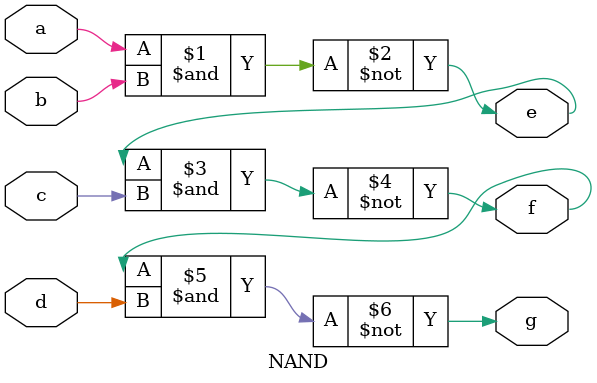
<source format=v>
`timescale 1ns / 1ps


module NAND(
    input a,b,c,d,
    output e,f,g
    );
assign e=~(a&b);
assign f=~(e&c);
assign g=~(f&d);
endmodule

</source>
